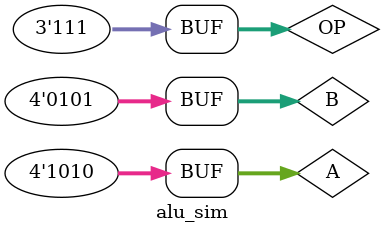
<source format=v>
`timescale 1ns / 1ps


module alu_sim();

    reg [3:0] A, B;
    reg [2:0] OP;
    
    wire [3:0] Y;
    wire zero, neg, Cout, overflow;
    
    alu uut (   .A(A),
                .B(B),
                .OP(OP),
                .Y(Y),
                .zero(zero),
                .neg(neg),
                .Cout(Cout),
                .overflow(overflow)
            );

    initial begin
            A = 4'b0000;    B = 4'b0000;    OP=3'b000;      
        #1  A = 4'b0000;    B = 4'b0000;    OP=3'b001;      // testing addition
        #1  A = 4'b1001;    B = 4'b0110;    OP=3'b001;      
        #1  A = 4'b1111;    B = 4'b1111;    OP=3'b001;      
        #1  A = 4'b0011;    B = 4'b0001;    OP=3'b001;      
        #1  A = 4'b0000;    B = 4'b0000;    OP=3'b010;      // testing subtraction
        #1  A = 4'b1111;    B = 4'b0011;    OP=3'b010;      
        #1  A = 4'b1000;    B = 4'b1001;    OP=3'b010;      
        #1  A = 4'b1100;    B = 4'b0000;    OP=3'b010;      
        #1  A = 4'b1000;    B = 4'b1001;    OP=3'b011;      // compare      
        #1  A = 4'b1110;    B = 4'b1011;    OP=3'b011;      
        #1  A = 4'b1100;    B = 4'b1100;    OP=3'b011;      
        #1  A = 4'b0000;    B = 4'b0000;    OP=3'b011;      
        #1  A = 4'b1110;    B = 4'b1001;    OP=3'b100;      // and
        #1  A = 4'b1010;    B = 4'b0101;    OP=3'b100;      
        #1  A = 4'b1110;    B = 4'b1001;    OP=3'b101;      // or       
        #1  A = 4'b1010;    B = 4'b0101;    OP=3'b101;      
        #1  A = 4'b1110;    B = 4'b1001;    OP=3'b110;      // xor       
        #1  A = 4'b1010;    B = 4'b0101;    OP=3'b110;      
        #1  A = 4'b1110;    B = 4'b1001;    OP=3'b111;      // shift left
        #1  A = 4'b1010;    B = 4'b0101;    OP=3'b111;
    end

endmodule

</source>
